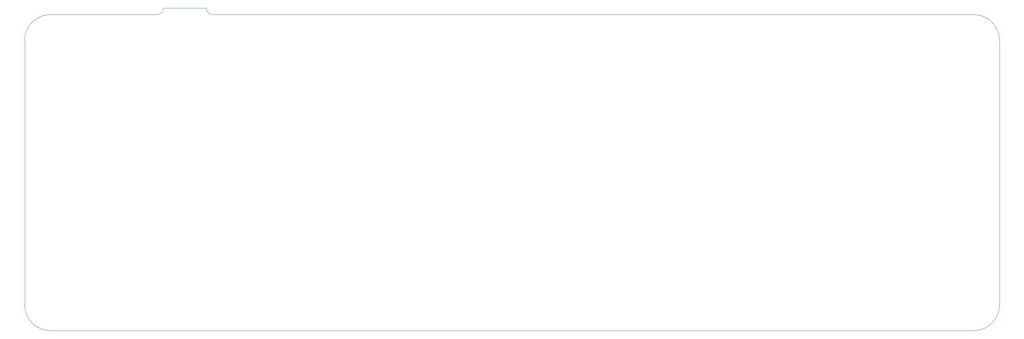
<source format=gm1>
%TF.GenerationSoftware,KiCad,Pcbnew,(6.0.7-1)-1*%
%TF.CreationDate,2022-12-13T16:34:22+02:00*%
%TF.ProjectId,Planck Drop In PCB,506c616e-636b-4204-9472-6f7020496e20,rev?*%
%TF.SameCoordinates,Original*%
%TF.FileFunction,Profile,NP*%
%FSLAX46Y46*%
G04 Gerber Fmt 4.6, Leading zero omitted, Abs format (unit mm)*
G04 Created by KiCad (PCBNEW (6.0.7-1)-1) date 2022-12-13 16:34:22*
%MOMM*%
%LPD*%
G01*
G04 APERTURE LIST*
%TA.AperFunction,Profile*%
%ADD10C,0.120000*%
%TD*%
G04 APERTURE END LIST*
D10*
%TO.C,H1*%
X256875000Y-55875000D02*
X80075000Y-55875000D01*
X262875000Y-123375000D02*
X262875000Y-61875000D01*
X67175000Y-55875000D02*
X42375000Y-55875000D01*
X42375000Y-129375000D02*
X256875000Y-129375000D01*
X36375000Y-61875000D02*
X36375000Y-123375000D01*
X78575000Y-54375000D02*
X68675000Y-54375000D01*
X42375000Y-55875000D02*
G75*
G03*
X36375000Y-61875000I-1J-5999999D01*
G01*
X67175000Y-55875000D02*
G75*
G03*
X68675000Y-54375000I-1J1500001D01*
G01*
X262875000Y-61875000D02*
G75*
G03*
X256875000Y-55875000I-6000000J0D01*
G01*
X78575000Y-54375000D02*
G75*
G03*
X80075000Y-55875000I1500000J0D01*
G01*
X36375000Y-123375000D02*
G75*
G03*
X42375000Y-129375000I5999999J-1D01*
G01*
X256875000Y-129375000D02*
G75*
G03*
X262875000Y-123375000I0J6000000D01*
G01*
%TD*%
M02*

</source>
